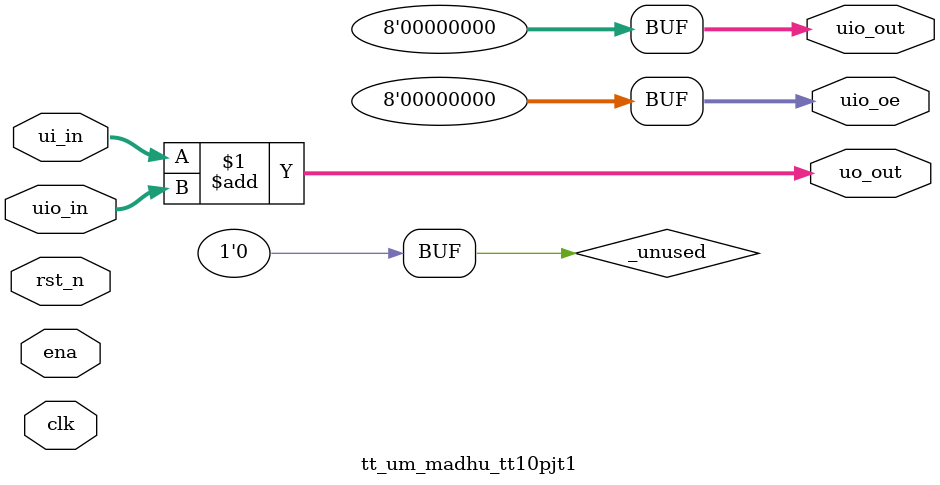
<source format=v>
/*
 * Copyright (c) 2024 Your Name
 * SPDX-License-Identifier: Apache-2.0
 */

`default_nettype none

module tt_um_madhu_tt10pjt1 (
    input  wire [7:0] ui_in,    // Dedicated inputs
    output wire [7:0] uo_out,   // Dedicated outputs
    input  wire [7:0] uio_in,   // IOs: Input path
    output wire [7:0] uio_out,  // IOs: Output path
    output wire [7:0] uio_oe,   // IOs: Enable path (active high: 0=input, 1=output)
    input  wire       ena,      // always 1 when the design is powered, so you can ignore it
    input  wire       clk,      // clock
    input  wire       rst_n     // reset_n - low to reset
);

  // All output pins must be assigned. If not used, assign to 0.
  assign uo_out  = ui_in + uio_in;  // Example: ou_out is the sum of ui_in and uio_in
  assign uio_out = 0;
  assign uio_oe  = 0;
 
  // List all unused inputs to prevent warnings
  wire _unused = &{ena, clk, rst_n, 1'b0};

endmodule

</source>
